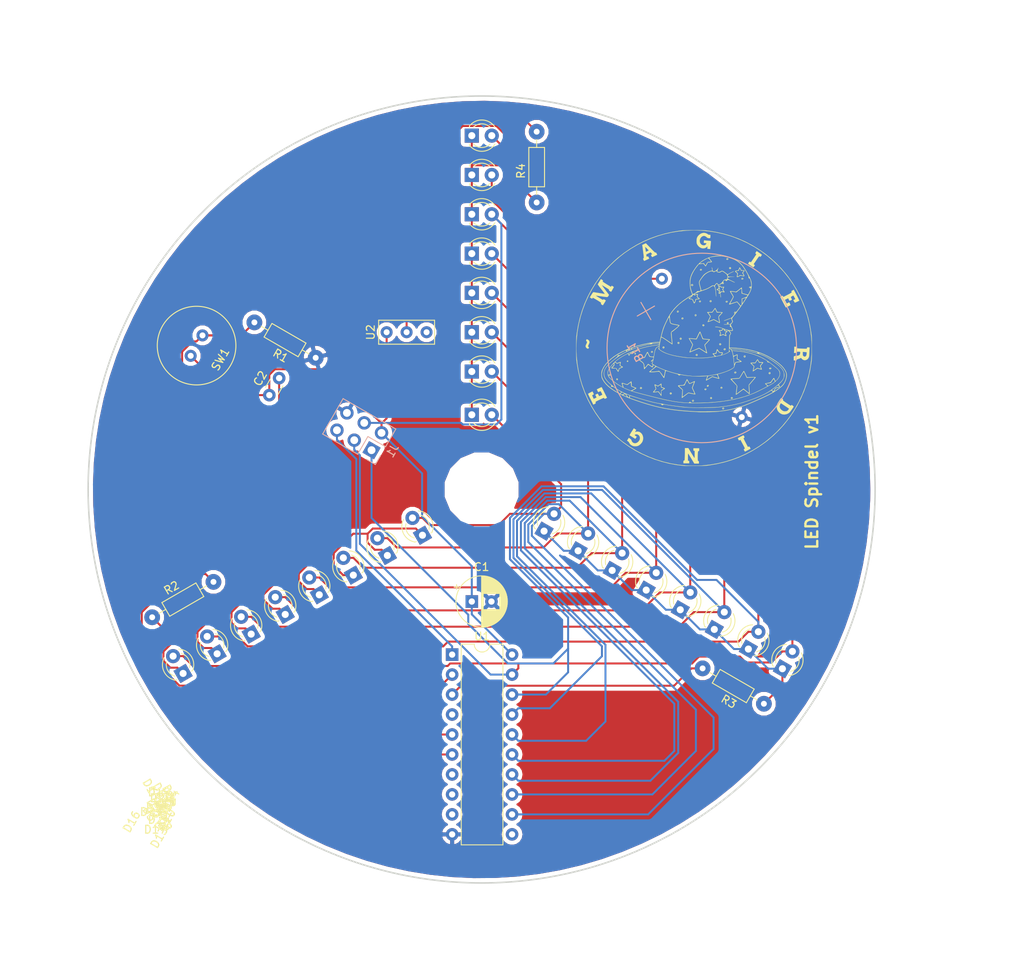
<source format=kicad_pcb>
(kicad_pcb (version 20171130) (host pcbnew 5.0.2-bee76a0~70~ubuntu18.04.1)
  (title_block (title LED-Spindel) (date 2019-02-17))
  (layers (0 F.Cu signal) (31 B.Cu signal) (34 B.Paste user) (35 F.Paste user) (36 B.SilkS user) (37 F.SilkS user) (38 B.Mask user) (39 F.Mask user) (44 Edge.Cuts user))
  (net 0 "")
  (net 1 VCC)
  (net 2 GND)
  (net 3 "Net-(C2-Pad2)")
  (net 4 "Net-(D1-Pad2)")
  (net 5 "Net-(D1-Pad1)")
  (net 6 "Net-(D10-Pad2)")
  (net 7 "Net-(D11-Pad2)")
  (net 8 "Net-(D12-Pad2)")
  (net 9 "Net-(D13-Pad2)")
  (net 10 "Net-(D14-Pad2)")
  (net 11 "Net-(D15-Pad2)")
  (net 12 "Net-(D16-Pad2)")
  (net 13 "Net-(D10-Pad1)")
  (net 14 "Net-(D17-Pad1)")
  (net 15 "Net-(J1-Pad5)")
  (net 16 "Net-(R2-Pad2)")
  (net 17 "Net-(R3-Pad2)")
  (net 18 "Net-(R4-Pad2)")
  (net 19 "Net-(BT1-Pad1)")
  (module led-spindel-footprints:Switch (layer F.Cu) (at 73 120 90)
    (fp_text reference U2 (at 0 -7.112 90) (layer F.SilkS))
    (fp_text value ON/OFF)
    (pad 3 thru_hole circle (at 0 -5.08 90) (size 1.524 1.524) (drill 0.762) (layers *.Cu *.Mask) (net 1 VCC))
    (pad 2 thru_hole circle (at 0 0 90) (size 1.524 1.524) (drill 0.762) (layers *.Cu *.Mask))
    (pad 1 thru_hole circle (at 0 -2.54 90) (size 1.524 1.524) (drill 0.762) (layers *.Cu *.Mask) (net 19 "Net-(BT1-Pad1)"))
  )
  (module led-spindel-footprints:CH224-2032 (layer B.Cu) (at 108 122 300)
    (fp_text reference BT1 (at -3.81 7.62 300) (layer B.SilkS) (effects (justify mirror)))
    (fp_text value "Coin cell")
    (pad 1 thru_hole circle (at -10.16 0 300) (size 1.524 1.524) (drill 0.762) (layers *.Cu *.Mask) (net 19 "Net-(BT1-Pad1)"))
    (pad 2 thru_hole circle (at 10.16 0 300) (size 1.524 1.524) (drill 0.762) (layers *.Cu *.Mask) (net 2 GND))
  )
  (module led-spindel-footprints:CP_Radial_D6.3mm_P2.50mm (layer F.Cu) (at 78.75 154.25)
    (fp_text reference C1 (at 1.25 -4.4) (layer F.SilkS))
    (fp_text value CP)
    (pad 1 thru_hole rect (at 0 0) (size 1.6 1.6) (drill 0.8) (layers *.Cu *.Mask) (net 1 VCC))
    (pad 2 thru_hole circle (at 2.5 0) (size 1.6 1.6) (drill 0.8) (layers *.Cu *.Mask) (net 2 GND))
  )
  (module led-spindel-footprints:C_Disc_D3.0mm_W1.6mm_P2.50mm (layer F.Cu) (at 53 128 60)
    (fp_text reference C2 (at 1.25 -2.05 60) (layer F.SilkS))
    (fp_text value C)
    (pad 1 thru_hole circle (at 0 0 60) (size 1.6 1.6) (drill 0.8) (layers *.Cu *.Mask) (net 1 VCC))
    (pad 2 thru_hole circle (at 2.5 0 60) (size 1.6 1.6) (drill 0.8) (layers *.Cu *.Mask) (net 3 "Net-(C2-Pad2)"))
  )
  (module led-spindel-footprints:ISP6-Header (layer B.Cu) (at 66 135 60)
    (fp_text reference J1 (at 1.27 2.33 60) (layer B.SilkS) (effects (justify mirror)))
    (fp_text value AVR-ISP-6)
    (pad 1 thru_hole rect (at 0 0 60) (size 1.7 1.7) (drill 1) (layers *.Cu *.Mask) (net 11 "Net-(D15-Pad2)"))
    (pad 2 thru_hole oval (at 2.54 0 60) (size 1.7 1.7) (drill 1) (layers *.Cu *.Mask) (net 1 VCC))
    (pad 3 thru_hole oval (at 0 -2.54 60) (size 1.7 1.7) (drill 1) (layers *.Cu *.Mask) (net 12 "Net-(D16-Pad2)"))
    (pad 4 thru_hole oval (at 2.54 -2.540001 60) (size 1.7 1.7) (drill 1) (layers *.Cu *.Mask) (net 10 "Net-(D14-Pad2)"))
    (pad 5 thru_hole oval (at 0 -5.08 60) (size 1.7 1.7) (drill 1) (layers *.Cu *.Mask) (net 15 "Net-(J1-Pad5)"))
    (pad 6 thru_hole oval (at 2.54 -5.08 60) (size 1.7 1.7) (drill 1) (layers *.Cu *.Mask) (net 2 GND))
  )
  (module led-spindel-footprints:Resistor (layer F.Cu) (at 55 121 150)
    (fp_text reference R1 (at -0.5 -2 150) (layer F.SilkS))
    (fp_text value 10k)
    (pad 1 thru_hole circle (at -4.5 0 150) (size 2 2) (drill 0.75) (layers *.Cu *.Mask) (net 2 GND))
    (pad 2 thru_hole circle (at 4.5 0 150) (size 2 2) (drill 0.75) (layers *.Cu *.Mask) (net 3 "Net-(C2-Pad2)"))
  )
  (module led-spindel-footprints:Resistor (layer F.Cu) (at 42 154 30)
    (fp_text reference R2 (at -0.5 -2 30) (layer F.SilkS))
    (fp_text value 1k)
    (pad 2 thru_hole circle (at 4.5 0 30) (size 2 2) (drill 0.75) (layers *.Cu *.Mask) (net 16 "Net-(R2-Pad2)"))
    (pad 1 thru_hole circle (at -4.5 0 30) (size 2 2) (drill 0.75) (layers *.Cu *.Mask) (net 5 "Net-(D1-Pad1)"))
  )
  (module led-spindel-footprints:Resistor (layer F.Cu) (at 112 165 150)
    (fp_text reference R3 (at -0.5 -2 150) (layer F.SilkS))
    (fp_text value 1k)
    (pad 1 thru_hole circle (at -4.5 0 150) (size 2 2) (drill 0.75) (layers *.Cu *.Mask) (net 13 "Net-(D10-Pad1)"))
    (pad 2 thru_hole circle (at 4.5 0 150) (size 2 2) (drill 0.75) (layers *.Cu *.Mask) (net 17 "Net-(R3-Pad2)"))
  )
  (module led-spindel-footprints:Resistor (layer F.Cu) (at 87 99 90)
    (fp_text reference R4 (at -0.5 -2 90) (layer F.SilkS))
    (fp_text value 1k)
    (pad 2 thru_hole circle (at 4.5 0 90) (size 2 2) (drill 0.75) (layers *.Cu *.Mask) (net 18 "Net-(R4-Pad2)"))
    (pad 1 thru_hole circle (at -4.5 0 90) (size 2 2) (drill 0.75) (layers *.Cu *.Mask) (net 14 "Net-(D17-Pad1)"))
  )
  (module led-spindel-footprints:SW-18020 (layer F.Cu) (at 43.75 121.700962 60)
    (fp_text reference SW1 (at 0 3.5 60) (layer F.SilkS))
    (fp_text value "shock sensor")
    (pad 1 thru_hole circle (at -1.5 0 60) (size 1.524 1.524) (drill 0.762) (layers *.Cu *.Mask) (net 1 VCC))
    (pad 2 thru_hole circle (at 1.5 0 60) (size 1.524 1.524) (drill 0.762) (layers *.Cu *.Mask) (net 3 "Net-(C2-Pad2)"))
  )
  (module led-spindel-footprints:attiny4313 (layer F.Cu) (at 76.25 161)
    (fp_text reference U1 (at 3.81 -2.33) (layer F.SilkS))
    (fp_text value ATtiny4313-PU)
    (pad 1 thru_hole rect (at 0 0) (size 1.6 1.6) (drill 0.8) (layers *.Cu *.Mask) (net 15 "Net-(J1-Pad5)"))
    (pad 11 thru_hole oval (at 7.62 22.86) (size 1.6 1.6) (drill 0.8) (layers *.Cu *.Mask))
    (pad 2 thru_hole oval (at 0 2.54) (size 1.6 1.6) (drill 0.8) (layers *.Cu *.Mask) (net 16 "Net-(R2-Pad2)"))
    (pad 12 thru_hole oval (at 7.62 20.32) (size 1.6 1.6) (drill 0.8) (layers *.Cu *.Mask) (net 4 "Net-(D1-Pad2)"))
    (pad 3 thru_hole oval (at 0 5.08) (size 1.6 1.6) (drill 0.8) (layers *.Cu *.Mask) (net 17 "Net-(R3-Pad2)"))
    (pad 13 thru_hole oval (at 7.62 17.78) (size 1.6 1.6) (drill 0.8) (layers *.Cu *.Mask) (net 6 "Net-(D10-Pad2)"))
    (pad 4 thru_hole oval (at 0 7.62) (size 1.6 1.6) (drill 0.8) (layers *.Cu *.Mask))
    (pad 14 thru_hole oval (at 7.62 15.24) (size 1.6 1.6) (drill 0.8) (layers *.Cu *.Mask) (net 7 "Net-(D11-Pad2)"))
    (pad 5 thru_hole oval (at 0 10.16) (size 1.6 1.6) (drill 0.8) (layers *.Cu *.Mask) (net 3 "Net-(C2-Pad2)"))
    (pad 15 thru_hole oval (at 7.62 12.7) (size 1.6 1.6) (drill 0.8) (layers *.Cu *.Mask) (net 8 "Net-(D12-Pad2)"))
    (pad 6 thru_hole oval (at 0 12.7) (size 1.6 1.6) (drill 0.8) (layers *.Cu *.Mask) (net 18 "Net-(R4-Pad2)"))
    (pad 16 thru_hole oval (at 7.62 10.16) (size 1.6 1.6) (drill 0.8) (layers *.Cu *.Mask) (net 9 "Net-(D13-Pad2)"))
    (pad 7 thru_hole oval (at 0 15.24) (size 1.6 1.6) (drill 0.8) (layers *.Cu *.Mask))
    (pad 17 thru_hole oval (at 7.62 7.62) (size 1.6 1.6) (drill 0.8) (layers *.Cu *.Mask) (net 10 "Net-(D14-Pad2)"))
    (pad 8 thru_hole oval (at 0 17.78) (size 1.6 1.6) (drill 0.8) (layers *.Cu *.Mask))
    (pad 18 thru_hole oval (at 7.62 5.08) (size 1.6 1.6) (drill 0.8) (layers *.Cu *.Mask) (net 11 "Net-(D15-Pad2)"))
    (pad 9 thru_hole oval (at 0 20.32) (size 1.6 1.6) (drill 0.8) (layers *.Cu *.Mask))
    (pad 19 thru_hole oval (at 7.62 2.54) (size 1.6 1.6) (drill 0.8) (layers *.Cu *.Mask) (net 12 "Net-(D16-Pad2)"))
    (pad 10 thru_hole oval (at 0 22.86) (size 1.6 1.6) (drill 0.8) (layers *.Cu *.Mask) (net 2 GND))
    (pad 20 thru_hole oval (at 7.62 0) (size 1.6 1.6) (drill 0.8) (layers *.Cu *.Mask) (net 1 VCC))
  )
  (module led-spindel-footprints:LED_D3.0mm (layer F.Cu) (at 72.475847 145.816315 120)
    (fp_text reference D1 (at -10.292459 -46.040308 120) (layer F.SilkS))
    (fp_text value RED)
    (pad 2 thru_hole circle (at 2.54 0 120) (size 1.8 1.8) (drill 0.9) (layers *.Cu *.Mask) (net 4 "Net-(D1-Pad2)"))
    (pad 1 thru_hole rect (at 0 0 120) (size 1.8 1.8) (drill 0.9) (layers *.Cu *.Mask) (net 5 "Net-(D1-Pad1)"))
  )
  (module led-spindel-footprints:LED_D3.0mm (layer F.Cu) (at 68.014545 148.392048 120)
    (fp_text reference D2 (at -13.42403 -40.964803 120) (layer F.SilkS))
    (fp_text value RED)
    (pad 1 thru_hole rect (at 0 0 120) (size 1.8 1.8) (drill 0.9) (layers *.Cu *.Mask) (net 5 "Net-(D1-Pad1)"))
    (pad 2 thru_hole circle (at 2.54 0 120) (size 1.8 1.8) (drill 0.9) (layers *.Cu *.Mask) (net 6 "Net-(D10-Pad2)"))
  )
  (module led-spindel-footprints:LED_D3.0mm (layer F.Cu) (at 63.684418 150.892048 120)
    (fp_text reference D3 (at -13.323549 -37.638841 120) (layer F.SilkS))
    (fp_text value RED)
    (pad 2 thru_hole circle (at 2.54 0 120) (size 1.8 1.8) (drill 0.9) (layers *.Cu *.Mask) (net 7 "Net-(D11-Pad2)"))
    (pad 1 thru_hole rect (at 0 0 120) (size 1.8 1.8) (drill 0.9) (layers *.Cu *.Mask) (net 5 "Net-(D1-Pad1)"))
  )
  (module led-spindel-footprints:LED_D3.0mm (layer F.Cu) (at 59.354291 153.392048 120)
    (fp_text reference D4 (at -12.191979 -29.098777 120) (layer F.SilkS))
    (fp_text value RED)
    (pad 1 thru_hole rect (at 0 0 120) (size 1.8 1.8) (drill 0.9) (layers *.Cu *.Mask) (net 5 "Net-(D1-Pad1)"))
    (pad 2 thru_hole circle (at 2.54 0 120) (size 1.8 1.8) (drill 0.9) (layers *.Cu *.Mask) (net 8 "Net-(D12-Pad2)"))
  )
  (module led-spindel-footprints:LED_D3.0mm (layer F.Cu) (at 55.024164 155.892048 120)
    (fp_text reference D5 (at -13.207523 -25.839803 120) (layer F.SilkS))
    (fp_text value RED)
    (pad 1 thru_hole rect (at 0 0 120) (size 1.8 1.8) (drill 0.9) (layers *.Cu *.Mask) (net 5 "Net-(D1-Pad1)"))
    (pad 2 thru_hole circle (at 2.54 0 120) (size 1.8 1.8) (drill 0.9) (layers *.Cu *.Mask) (net 9 "Net-(D13-Pad2)"))
  )
  (module led-spindel-footprints:LED_D3.0mm (layer F.Cu) (at 50.694037 158.392048 120)
    (fp_text reference D6 (at -11.350472 -20.056309 120) (layer F.SilkS))
    (fp_text value RED)
    (pad 2 thru_hole circle (at 2.54 0 120) (size 1.8 1.8) (drill 0.9) (layers *.Cu *.Mask) (net 10 "Net-(D14-Pad2)"))
    (pad 1 thru_hole rect (at 0 0 120) (size 1.8 1.8) (drill 0.9) (layers *.Cu *.Mask) (net 5 "Net-(D1-Pad1)"))
  )
  (module led-spindel-footprints:LED_D3.0mm (layer F.Cu) (at 46.36391 160.892048 120)
    (fp_text reference D7 (at -12.707523 -16.705828 120) (layer F.SilkS))
    (fp_text value RED)
    (pad 1 thru_hole rect (at 0 0 120) (size 1.8 1.8) (drill 0.9) (layers *.Cu *.Mask) (net 5 "Net-(D1-Pad1)"))
    (pad 2 thru_hole circle (at 2.54 0 120) (size 1.8 1.8) (drill 0.9) (layers *.Cu *.Mask) (net 11 "Net-(D15-Pad2)"))
  )
  (module led-spindel-footprints:LED_D3.0mm (layer F.Cu) (at 42.033783 163.392048 120)
    (fp_text reference D8 (at -15.40608 -11.53179 120) (layer F.SilkS))
    (fp_text value RED)
    (pad 2 thru_hole circle (at 2.54 0 120) (size 1.8 1.8) (drill 0.9) (layers *.Cu *.Mask) (net 12 "Net-(D16-Pad2)"))
    (pad 1 thru_hole rect (at 0 0 120) (size 1.8 1.8) (drill 0.9) (layers *.Cu *.Mask) (net 5 "Net-(D1-Pad1)"))
  )
  (module led-spindel-footprints:LED_D3.0mm (layer F.Cu) (at 87.940819 145.294045 60)
    (fp_text reference D9 (at -55.301167 -24.872521 60) (layer F.SilkS))
    (fp_text value GREEN)
    (pad 1 thru_hole rect (at 0 0 60) (size 1.8 1.8) (drill 0.9) (layers *.Cu *.Mask) (net 13 "Net-(D10-Pad1)"))
    (pad 2 thru_hole circle (at 2.54 0 60) (size 1.8 1.8) (drill 0.9) (layers *.Cu *.Mask) (net 4 "Net-(D1-Pad2)"))
  )
  (module led-spindel-footprints:LED_D3.0mm (layer F.Cu) (at 92.270946 147.794045 60)
    (fp_text reference D10 (at -55.758699 -28.16499 60) (layer F.SilkS))
    (fp_text value GREEN)
    (pad 2 thru_hole circle (at 2.54 0 60) (size 1.8 1.8) (drill 0.9) (layers *.Cu *.Mask) (net 6 "Net-(D10-Pad2)"))
    (pad 1 thru_hole rect (at 0 0 60) (size 1.8 1.8) (drill 0.9) (layers *.Cu *.Mask) (net 13 "Net-(D10-Pad1)"))
  )
  (module led-spindel-footprints:LED_D3.0mm (layer F.Cu) (at 96.601073 150.294045 60)
    (fp_text reference D11 (at -56.008699 -33.598002 60) (layer F.SilkS))
    (fp_text value GREEN)
    (pad 1 thru_hole rect (at 0 0 60) (size 1.8 1.8) (drill 0.9) (layers *.Cu *.Mask) (net 13 "Net-(D10-Pad1)"))
    (pad 2 thru_hole circle (at 2.54 0 60) (size 1.8 1.8) (drill 0.9) (layers *.Cu *.Mask) (net 7 "Net-(D11-Pad2)"))
  )
  (module led-spindel-footprints:LED_D3.0mm (layer F.Cu) (at 100.9312 152.794045 60)
    (fp_text reference D12 (at -54.459661 -38.91499 60) (layer F.SilkS))
    (fp_text value GREEN)
    (pad 2 thru_hole circle (at 2.54 0 60) (size 1.8 1.8) (drill 0.9) (layers *.Cu *.Mask) (net 8 "Net-(D12-Pad2)"))
    (pad 1 thru_hole rect (at 0 0 60) (size 1.8 1.8) (drill 0.9) (layers *.Cu *.Mask) (net 13 "Net-(D10-Pad1)"))
  )
  (module led-spindel-footprints:LED_D3.0mm (layer F.Cu) (at 105.261327 155.294045 60)
    (fp_text reference D13 (at -58.207256 -42.906015 60) (layer F.SilkS))
    (fp_text value GREEN)
    (pad 1 thru_hole rect (at 0 0 60) (size 1.8 1.8) (drill 0.9) (layers *.Cu *.Mask) (net 13 "Net-(D10-Pad1)"))
    (pad 2 thru_hole circle (at 2.54 0 60) (size 1.8 1.8) (drill 0.9) (layers *.Cu *.Mask) (net 9 "Net-(D13-Pad2)"))
  )
  (module led-spindel-footprints:LED_D3.0mm (layer F.Cu) (at 109.591454 157.794045 60)
    (fp_text reference D14 (at -53.343635 -48.981977 60) (layer F.SilkS))
    (fp_text value GREEN)
    (pad 2 thru_hole circle (at 2.54 0 60) (size 1.8 1.8) (drill 0.9) (layers *.Cu *.Mask) (net 10 "Net-(D14-Pad2)"))
    (pad 1 thru_hole rect (at 0 0 60) (size 1.8 1.8) (drill 0.9) (layers *.Cu *.Mask) (net 13 "Net-(D10-Pad1)"))
  )
  (module led-spindel-footprints:LED_D3.0mm (layer F.Cu) (at 113.921581 160.294045 60)
    (fp_text reference D15 (at -54.243154 -54.03999 60) (layer F.SilkS))
    (fp_text value GREEN)
    (pad 1 thru_hole rect (at 0 0 60) (size 1.8 1.8) (drill 0.9) (layers *.Cu *.Mask) (net 13 "Net-(D10-Pad1)"))
    (pad 2 thru_hole circle (at 2.54 0 60) (size 1.8 1.8) (drill 0.9) (layers *.Cu *.Mask) (net 11 "Net-(D15-Pad2)"))
  )
  (module led-spindel-footprints:LED_D3.0mm (layer F.Cu) (at 118.251708 162.794045 60)
    (fp_text reference D16 (at -58.225205 -61.937104 60) (layer F.SilkS))
    (fp_text value GREEN)
    (pad 2 thru_hole circle (at 2.54 0 60) (size 1.8 1.8) (drill 0.9) (layers *.Cu *.Mask) (net 12 "Net-(D16-Pad2)"))
    (pad 1 thru_hole rect (at 0 0 60) (size 1.8 1.8) (drill 0.9) (layers *.Cu *.Mask) (net 13 "Net-(D10-Pad1)"))
  )
  (module led-spindel-footprints:LED_D3.0mm (layer F.Cu) (at 78.75 130.5)
    (fp_text reference D17 (at -40.25 52.75) (layer F.SilkS))
    (fp_text value BLUE)
    (pad 2 thru_hole circle (at 2.54 0) (size 1.8 1.8) (drill 0.9) (layers *.Cu *.Mask) (net 4 "Net-(D1-Pad2)"))
    (pad 1 thru_hole rect (at 0 0) (size 1.8 1.8) (drill 0.9) (layers *.Cu *.Mask) (net 14 "Net-(D17-Pad1)"))
  )
  (module led-spindel-footprints:LED_D3.0mm (layer F.Cu) (at 78.75 125)
    (fp_text reference D18 (at -39 54.75) (layer F.SilkS))
    (fp_text value BLUE)
    (pad 1 thru_hole rect (at 0 0) (size 1.8 1.8) (drill 0.9) (layers *.Cu *.Mask) (net 14 "Net-(D17-Pad1)"))
    (pad 2 thru_hole circle (at 2.54 0) (size 1.8 1.8) (drill 0.9) (layers *.Cu *.Mask) (net 6 "Net-(D10-Pad2)"))
  )
  (module led-spindel-footprints:LED_D3.0mm (layer F.Cu) (at 78.75 120)
    (fp_text reference D19 (at -39.75 58.5) (layer F.SilkS))
    (fp_text value BLUE)
    (pad 2 thru_hole circle (at 2.54 0) (size 1.8 1.8) (drill 0.9) (layers *.Cu *.Mask) (net 7 "Net-(D11-Pad2)"))
    (pad 1 thru_hole rect (at 0 0) (size 1.8 1.8) (drill 0.9) (layers *.Cu *.Mask) (net 14 "Net-(D17-Pad1)"))
  )
  (module led-spindel-footprints:LED_D3.0mm (layer F.Cu) (at 78.75 115)
    (fp_text reference D20 (at -39.5 64.25) (layer F.SilkS))
    (fp_text value BLUE)
    (pad 1 thru_hole rect (at 0 0) (size 1.8 1.8) (drill 0.9) (layers *.Cu *.Mask) (net 14 "Net-(D17-Pad1)"))
    (pad 2 thru_hole circle (at 2.54 0) (size 1.8 1.8) (drill 0.9) (layers *.Cu *.Mask) (net 8 "Net-(D12-Pad2)"))
  )
  (module led-spindel-footprints:LED_D3.0mm (layer F.Cu) (at 78.75 110)
    (fp_text reference D21 (at -39 69.25) (layer F.SilkS))
    (fp_text value BLUE)
    (pad 2 thru_hole circle (at 2.54 0) (size 1.8 1.8) (drill 0.9) (layers *.Cu *.Mask) (net 9 "Net-(D13-Pad2)"))
    (pad 1 thru_hole rect (at 0 0) (size 1.8 1.8) (drill 0.9) (layers *.Cu *.Mask) (net 14 "Net-(D17-Pad1)"))
  )
  (module led-spindel-footprints:LED_D3.0mm (layer F.Cu) (at 78.75 105)
    (fp_text reference D22 (at -40 75.5) (layer F.SilkS))
    (fp_text value BLUE)
    (pad 1 thru_hole rect (at 0 0) (size 1.8 1.8) (drill 0.9) (layers *.Cu *.Mask) (net 14 "Net-(D17-Pad1)"))
    (pad 2 thru_hole circle (at 2.54 0) (size 1.8 1.8) (drill 0.9) (layers *.Cu *.Mask) (net 10 "Net-(D14-Pad2)"))
  )
  (module led-spindel-footprints:LED_D3.0mm (layer F.Cu) (at 78.75 100)
    (fp_text reference D23 (at -40.75 81) (layer F.SilkS))
    (fp_text value BLUE)
    (pad 2 thru_hole circle (at 2.54 0) (size 1.8 1.8) (drill 0.9) (layers *.Cu *.Mask) (net 11 "Net-(D15-Pad2)"))
    (pad 1 thru_hole rect (at 0 0) (size 1.8 1.8) (drill 0.9) (layers *.Cu *.Mask) (net 14 "Net-(D17-Pad1)"))
  )
  (module led-spindel-footprints:LED_D3.0mm (layer F.Cu) (at 78.75 95)
    (fp_text reference D24 (at -39.75 87) (layer F.SilkS))
    (fp_text value BLUE)
    (pad 1 thru_hole rect (at 0 0) (size 1.8 1.8) (drill 0.9) (layers *.Cu *.Mask) (net 14 "Net-(D17-Pad1)"))
    (pad 2 thru_hole circle (at 2.54 0) (size 1.8 1.8) (drill 0.9) (layers *.Cu *.Mask) (net 12 "Net-(D16-Pad2)"))
  )
  (module MountingHole:MountingHole_8.4mm_M8 (layer F.Cu) (at 80 140)
    (fp_text reference "" (at 0 -9.4) (layer F.SilkS))
    (fp_text value "")
    (pad 1 np_thru_hole circle (at 0 0) (size 8.4 8.4) (drill 8.4) (layers *.Cu *.Mask))
  )
  (module led-spindel-footprints:Siegelstempel (layer F.Cu) (at 107 122)
    (fp_text reference G*** hide)
    (fp_text value LOGO hide)
  )
  (gr_text "LED Spindel v1" (at 122 139 90) (layer F.SilkS) (effects (font (size 1.5 1.5) (thickness 0.3))))
  (gr_circle (center 80 140) (end 105.019992 96.664103) (layer Edge.Cuts) (width 0.2))
  (segment (start 48 128) (end 53 128) (width 0.25) (layer F.Cu) (net 1))
  (segment (start 43 123) (end 48 128) (width 0.25) (layer F.Cu) (net 1))
  (segment (start 60.381721 124.709935) (end 67.27 131.598214) (width 0.25) (layer F.Cu) (net 1))
  (segment (start 53.709999 124.709935) (end 60.381721 124.709935) (width 0.25) (layer F.Cu) (net 1))
  (segment (start 53 125.419934) (end 53.709999 124.709935) (width 0.25) (layer F.Cu) (net 1))
  (segment (start 67.27 131.598214) (end 67.27 132.800295) (width 0.25) (layer F.Cu) (net 1))
  (segment (start 53 128) (end 53 125.419934) (width 0.25) (layer F.Cu) (net 1))
  (segment (start 78.75 155.88) (end 78.75 154.25) (width 0.25) (layer B.Cu) (net 1))
  (segment (start 83.87 161) (end 78.75 155.88) (width 0.25) (layer B.Cu) (net 1))
  (segment (start 72.430848 137.961143) (end 68.119999 133.650294) (width 0.25) (layer B.Cu) (net 1))
  (segment (start 68.119999 133.650294) (end 67.27 132.800295) (width 0.25) (layer B.Cu) (net 1))
  (segment (start 72.430848 143.430848) (end 72.430848 137.961143) (width 0.25) (layer B.Cu) (net 1))
  (segment (start 78.75 149.75) (end 72.430848 143.430848) (width 0.25) (layer B.Cu) (net 1))
  (segment (start 78.75 154.25) (end 78.75 149.75) (width 0.25) (layer B.Cu) (net 1))
  (segment (start 67.92 130.948214) (end 67.27 131.598214) (width 0.25) (layer F.Cu) (net 1))
  (segment (start 67.92 120) (end 67.92 130.948214) (width 0.25) (layer F.Cu) (net 1))
  (segment (start 49.450962 120.401924) (end 51.102886 118.75) (width 0.25) (layer F.Cu) (net 3))
  (segment (start 44.5 120.401924) (end 49.450962 120.401924) (width 0.25) (layer F.Cu) (net 3))
  (segment (start 54.25 125.834936) (end 54.25 137.505474) (width 0.25) (layer F.Cu) (net 3))
  (segment (start 36.327875 155.427599) (end 36.327875 160.827875) (width 0.25) (layer F.Cu) (net 3))
  (segment (start 46.66 171.16) (end 76.25 171.16) (width 0.25) (layer F.Cu) (net 3))
  (segment (start 36.327875 160.827875) (end 46.66 171.16) (width 0.25) (layer F.Cu) (net 3))
  (segment (start 44.5 120.401924) (end 48.816988 120.401924) (width 0.25) (layer F.Cu) (net 3))
  (segment (start 43.227315 121.163923) (end 41.912999 122.478239) (width 0.25) (layer F.Cu) (net 3))
  (segment (start 41.912999 122.478239) (end 41.912999 129.412999) (width 0.25) (layer F.Cu) (net 3))
  (segment (start 44.5 120.401924) (end 43.738001 121.163923) (width 0.25) (layer F.Cu) (net 3))
  (segment (start 43.738001 121.163923) (end 43.227315 121.163923) (width 0.25) (layer F.Cu) (net 3))
  (segment (start 49.5 137) (end 49.5 142.255474) (width 0.25) (layer F.Cu) (net 3))
  (segment (start 54.25 137.505474) (end 49.5 142.255474) (width 0.25) (layer F.Cu) (net 3))
  (segment (start 41.912999 129.412999) (end 49.5 137) (width 0.25) (layer F.Cu) (net 3))
  (segment (start 49.5 142.255474) (end 36.327875 155.427599) (width 0.25) (layer F.Cu) (net 3))
  (segment (start 72.478639 143.61661) (end 71.205847 143.61661) (width 0.25) (layer F.Cu) (net 4))
  (segment (start 82.172001 144.525001) (end 73.38703 144.525001) (width 0.25) (layer F.Cu) (net 4))
  (segment (start 83.602662 143.09434) (end 82.172001 144.525001) (width 0.25) (layer F.Cu) (net 4))
  (segment (start 73.38703 144.525001) (end 72.478639 143.61661) (width 0.25) (layer F.Cu) (net 4))
  (segment (start 89.210819 143.09434) (end 83.602662 143.09434) (width 0.25) (layer F.Cu) (net 4))
  (segment (start 82.189999 131.399999) (end 81.29 130.5) (width 0.25) (layer F.Cu) (net 4))
  (segment (start 90.110818 139.320818) (end 82.189999 131.399999) (width 0.25) (layer F.Cu) (net 4))
  (segment (start 90.110818 142.194341) (end 90.110818 139.320818) (width 0.25) (layer F.Cu) (net 4))
  (segment (start 89.210819 143.09434) (end 90.110818 142.194341) (width 0.25) (layer F.Cu) (net 4))
  (segment (start 86.386386 144.645981) (end 86.386386 145.886386) (width 0.25) (layer B.Cu) (net 4))
  (segment (start 89.210819 143.09434) (end 87.938027 143.09434) (width 0.25) (layer B.Cu) (net 4))
  (segment (start 87.938027 143.09434) (end 86.386386 144.645981) (width 0.25) (layer B.Cu) (net 4))
  (segment (start 86.386386 145.886386) (end 109.5 169) (width 0.25) (layer B.Cu) (net 4))
  (segment (start 109.5 169) (end 109.5 173) (width 0.25) (layer B.Cu) (net 4))
  (segment (start 101.18 181.32) (end 83.87 181.32) (width 0.25) (layer B.Cu) (net 4))
  (segment (start 109.5 173) (end 101.18 181.32) (width 0.25) (layer B.Cu) (net 4))
  (segment (start 66.156544 144.967342) (end 65.5 145.623886) (width 0.25) (layer F.Cu) (net 5))
  (segment (start 72.475847 145.816315) (end 71.626874 144.967342) (width 0.25) (layer F.Cu) (net 5))
  (segment (start 71.626874 144.967342) (end 66.156544 144.967342) (width 0.25) (layer F.Cu) (net 5))
  (segment (start 67.28499 147.662493) (end 68.014545 148.392048) (width 0.25) (layer F.Cu) (net 5))
  (segment (start 66.401693 147.662493) (end 67.28499 147.662493) (width 0.25) (layer F.Cu) (net 5))
  (segment (start 65.5 146.7608) (end 66.401693 147.662493) (width 0.25) (layer F.Cu) (net 5))
  (segment (start 65.5 145.623886) (end 65.5 146.7608) (width 0.25) (layer F.Cu) (net 5))
  (segment (start 65.5 145.623886) (end 63.669873 145.623886) (width 0.25) (layer F.Cu) (net 5))
  (segment (start 61.189417 148.104342) (end 61.189417 148.25) (width 0.25) (layer F.Cu) (net 5))
  (segment (start 63.669873 145.623886) (end 61.189417 148.104342) (width 0.25) (layer F.Cu) (net 5))
  (segment (start 62.392048 150.892048) (end 63.684418 150.892048) (width 0.25) (layer F.Cu) (net 5))
  (segment (start 61.189417 149.689417) (end 62.392048 150.892048) (width 0.25) (layer F.Cu) (net 5))
  (segment (start 61.189417 148.25) (end 59.213632 148.25) (width 0.25) (layer F.Cu) (net 5))
  (segment (start 59.213632 148.25) (end 56.75 150.713632) (width 0.25) (layer F.Cu) (net 5))
  (segment (start 61.189417 148.25) (end 61.189417 149.689417) (width 0.25) (layer F.Cu) (net 5))
  (segment (start 57.741439 152.662493) (end 58.624736 152.662493) (width 0.25) (layer F.Cu) (net 5))
  (segment (start 58.624736 152.662493) (end 59.354291 153.392048) (width 0.25) (layer F.Cu) (net 5))
  (segment (start 56.75 151.671054) (end 57.741439 152.662493) (width 0.25) (layer F.Cu) (net 5))
  (segment (start 56.75 150.713632) (end 56.75 151.671054) (width 0.25) (layer F.Cu) (net 5))
  (segment (start 54.919873 150.713632) (end 52.25 153.383505) (width 0.25) (layer F.Cu) (net 5))
  (segment (start 56.75 150.713632) (end 54.919873 150.713632) (width 0.25) (layer F.Cu) (net 5))
  (segment (start 54.294609 155.162493) (end 55.024164 155.892048) (width 0.25) (layer F.Cu) (net 5))
  (segment (start 53.411312 155.162493) (end 54.294609 155.162493) (width 0.25) (layer F.Cu) (net 5))
  (segment (start 52.25 154.001181) (end 53.411312 155.162493) (width 0.25) (layer F.Cu) (net 5))
  (segment (start 52.25 153.383505) (end 52.25 154.001181) (width 0.25) (layer F.Cu) (net 5))
  (segment (start 52.25 153.383505) (end 50.419873 153.383505) (width 0.25) (layer F.Cu) (net 5))
  (segment (start 48.199036 155.604342) (end 48.199036 156.949036) (width 0.25) (layer F.Cu) (net 5))
  (segment (start 50.419873 153.383505) (end 48.199036 155.604342) (width 0.25) (layer F.Cu) (net 5))
  (segment (start 48.912493 157.662493) (end 49.964482 157.662493) (width 0.25) (layer F.Cu) (net 5))
  (segment (start 49.964482 157.662493) (end 50.694037 158.392048) (width 0.25) (layer F.Cu) (net 5))
  (segment (start 48.199036 156.949036) (end 48.912493 157.662493) (width 0.25) (layer F.Cu) (net 5))
  (segment (start 48.199036 155.604342) (end 46.368909 155.604342) (width 0.25) (layer F.Cu) (net 5))
  (segment (start 46.368909 155.604342) (end 43.868909 158.104342) (width 0.25) (layer F.Cu) (net 5))
  (segment (start 45.634355 160.162493) (end 46.36391 160.892048) (width 0.25) (layer F.Cu) (net 5))
  (segment (start 44.662493 160.162493) (end 45.634355 160.162493) (width 0.25) (layer F.Cu) (net 5))
  (segment (start 43.868909 159.368909) (end 44.662493 160.162493) (width 0.25) (layer F.Cu) (net 5))
  (segment (start 39.538782 160.604342) (end 39.538782 161.788782) (width 0.25) (layer F.Cu) (net 5))
  (segment (start 43.868909 158.25) (end 43.868909 159.368909) (width 0.25) (layer F.Cu) (net 5))
  (segment (start 41.893124 158.25) (end 39.538782 160.604342) (width 0.25) (layer F.Cu) (net 5))
  (segment (start 43.868909 158.25) (end 41.893124 158.25) (width 0.25) (layer F.Cu) (net 5))
  (segment (start 43.868909 158.104342) (end 43.868909 158.25) (width 0.25) (layer F.Cu) (net 5))
  (segment (start 41.304228 162.662493) (end 42.033783 163.392048) (width 0.25) (layer F.Cu) (net 5))
  (segment (start 40.412493 162.662493) (end 41.304228 162.662493) (width 0.25) (layer F.Cu) (net 5))
  (segment (start 39.538782 161.788782) (end 40.412493 162.662493) (width 0.25) (layer F.Cu) (net 5))
  (segment (start 40.102886 158.25) (end 38.102886 156.25) (width 0.25) (layer F.Cu) (net 5))
  (segment (start 41.893124 158.25) (end 40.102886 158.25) (width 0.25) (layer F.Cu) (net 5))
  (segment (start 68.017337 146.192343) (end 66.744545 146.192343) (width 0.25) (layer F.Cu) (net 6))
  (segment (start 69.195742 147.370748) (end 68.017337 146.192343) (width 0.25) (layer F.Cu) (net 6))
  (segment (start 87.882598 147.370748) (end 69.195742 147.370748) (width 0.25) (layer F.Cu) (net 6))
  (segment (start 89.659006 145.59434) (end 87.882598 147.370748) (width 0.25) (layer F.Cu) (net 6))
  (segment (start 93.540946 145.59434) (end 89.659006 145.59434) (width 0.25) (layer F.Cu) (net 6))
  (segment (start 93.540946 137.250946) (end 93.540946 145.59434) (width 0.25) (layer F.Cu) (net 6))
  (segment (start 81.29 125) (end 93.540946 137.250946) (width 0.25) (layer F.Cu) (net 6))
  (segment (start 83.87 178.78) (end 101.72 178.78) (width 0.25) (layer B.Cu) (net 6))
  (segment (start 101.72 178.78) (end 107.25 173.25) (width 0.25) (layer B.Cu) (net 6))
  (segment (start 107.25 173.25) (end 107.25 168) (width 0.25) (layer B.Cu) (net 6))
  (segment (start 92.640947 144.694341) (end 93.540946 145.59434) (width 0.25) (layer B.Cu) (net 6))
  (segment (start 89.815945 141.869339) (end 92.640947 144.694341) (width 0.25) (layer B.Cu) (net 6))
  (segment (start 88.526618 141.869339) (end 89.815945 141.869339) (width 0.25) (layer B.Cu) (net 6))
  (segment (start 85.936377 144.45958) (end 88.526618 141.869339) (width 0.25) (layer B.Cu) (net 6))
  (segment (start 85.936376 146.686376) (end 85.936377 144.45958) (width 0.25) (layer B.Cu) (net 6))
  (segment (start 107.25 168) (end 85.936376 146.686376) (width 0.25) (layer B.Cu) (net 6))
  (segment (start 63.68721 148.692343) (end 62.414418 148.692343) (width 0.25) (layer F.Cu) (net 7))
  (segment (start 64.941348 149.946481) (end 63.68721 148.692343) (width 0.25) (layer F.Cu) (net 7))
  (segment (start 92.136992 149.946481) (end 64.941348 149.946481) (width 0.25) (layer F.Cu) (net 7))
  (segment (start 93.989133 148.09434) (end 92.136992 149.946481) (width 0.25) (layer F.Cu) (net 7))
  (segment (start 97.871073 148.09434) (end 93.989133 148.09434) (width 0.25) (layer F.Cu) (net 7))
  (segment (start 97.871073 136.581073) (end 97.871073 148.09434) (width 0.25) (layer F.Cu) (net 7))
  (segment (start 81.29 120) (end 97.871073 136.581073) (width 0.25) (layer F.Cu) (net 7))
  (segment (start 84.669999 177.039999) (end 101.460001 177.039999) (width 0.25) (layer B.Cu) (net 7))
  (segment (start 83.87 176.24) (end 84.669999 177.039999) (width 0.25) (layer B.Cu) (net 7))
  (segment (start 101.460001 177.039999) (end 105 173.5) (width 0.25) (layer B.Cu) (net 7))
  (segment (start 105 173.5) (end 105 167) (width 0.25) (layer B.Cu) (net 7))
  (segment (start 91.196062 141.419329) (end 96.971074 147.194341) (width 0.25) (layer B.Cu) (net 7))
  (segment (start 88.340218 141.419329) (end 91.196062 141.419329) (width 0.25) (layer B.Cu) (net 7))
  (segment (start 85.486368 144.273179) (end 88.340218 141.419329) (width 0.25) (layer B.Cu) (net 7))
  (segment (start 85.486368 147.486368) (end 85.486368 144.273179) (width 0.25) (layer B.Cu) (net 7))
  (segment (start 96.971074 147.194341) (end 97.871073 148.09434) (width 0.25) (layer B.Cu) (net 7))
  (segment (start 105 167) (end 85.486368 147.486368) (width 0.25) (layer B.Cu) (net 7))
  (segment (start 59.357083 151.192343) (end 58.084291 151.192343) (width 0.25) (layer F.Cu) (net 8))
  (segment (start 60.611221 152.446481) (end 59.357083 151.192343) (width 0.25) (layer F.Cu) (net 8))
  (segment (start 96.467119 152.446481) (end 60.611221 152.446481) (width 0.25) (layer F.Cu) (net 8))
  (segment (start 98.31926 150.59434) (end 96.467119 152.446481) (width 0.25) (layer F.Cu) (net 8))
  (segment (start 102.2012 150.59434) (end 98.31926 150.59434) (width 0.25) (layer F.Cu) (net 8))
  (segment (start 102.2012 135.9112) (end 102.2012 150.59434) (width 0.25) (layer F.Cu) (net 8))
  (segment (start 81.29 115) (end 102.2012 135.9112) (width 0.25) (layer F.Cu) (net 8))
  (segment (start 84.669999 174.499999) (end 103.250001 174.499999) (width 0.25) (layer B.Cu) (net 8))
  (segment (start 83.87 173.7) (end 84.669999 174.499999) (width 0.25) (layer B.Cu) (net 8))
  (segment (start 103.250001 174.499999) (end 104.5 173.25) (width 0.25) (layer B.Cu) (net 8))
  (segment (start 104.5 173.25) (end 104.5 167.25) (width 0.25) (layer B.Cu) (net 8))
  (segment (start 92.576179 140.969319) (end 101.301201 149.694341) (width 0.25) (layer B.Cu) (net 8))
  (segment (start 88.153818 140.969319) (end 92.576179 140.969319) (width 0.25) (layer B.Cu) (net 8))
  (segment (start 84.995001 144.128136) (end 88.153818 140.969319) (width 0.25) (layer B.Cu) (net 8))
  (segment (start 101.301201 149.694341) (end 102.2012 150.59434) (width 0.25) (layer B.Cu) (net 8))
  (segment (start 84.995001 147.745001) (end 84.995001 144.128136) (width 0.25) (layer B.Cu) (net 8))
  (segment (start 104.5 167.25) (end 84.995001 147.745001) (width 0.25) (layer B.Cu) (net 8))
  (segment (start 55.026956 153.692343) (end 53.754164 153.692343) (width 0.25) (layer F.Cu) (net 9))
  (segment (start 56.709614 155.375001) (end 55.026956 153.692343) (width 0.25) (layer F.Cu) (net 9))
  (segment (start 100.368726 155.375001) (end 56.709614 155.375001) (width 0.25) (layer F.Cu) (net 9))
  (segment (start 102.649387 153.09434) (end 100.368726 155.375001) (width 0.25) (layer F.Cu) (net 9))
  (segment (start 106.531327 153.09434) (end 102.649387 153.09434) (width 0.25) (layer F.Cu) (net 9))
  (segment (start 106.531327 135.241327) (end 106.531327 153.09434) (width 0.25) (layer F.Cu) (net 9))
  (segment (start 81.29 110) (end 106.531327 135.241327) (width 0.25) (layer F.Cu) (net 9))
  (segment (start 93.936987 140.5) (end 106.531327 153.09434) (width 0.25) (layer B.Cu) (net 9))
  (segment (start 84.5 143.986727) (end 87.986727 140.5) (width 0.25) (layer B.Cu) (net 9))
  (segment (start 84.669999 171.959999) (end 93.290001 171.959999) (width 0.25) (layer B.Cu) (net 9))
  (segment (start 83.87 171.16) (end 84.669999 171.959999) (width 0.25) (layer B.Cu) (net 9))
  (segment (start 93.290001 171.959999) (end 95.75 169.5) (width 0.25) (layer B.Cu) (net 9))
  (segment (start 95.75 169.5) (end 95.75 159.75) (width 0.25) (layer B.Cu) (net 9))
  (segment (start 95.75 159.75) (end 84.5 148.5) (width 0.25) (layer B.Cu) (net 9))
  (segment (start 87.986727 140.5) (end 93.936987 140.5) (width 0.25) (layer B.Cu) (net 9))
  (segment (start 84.5 148.5) (end 84.5 143.986727) (width 0.25) (layer B.Cu) (net 9))
  (segment (start 50.696829 156.192343) (end 49.424037 156.192343) (width 0.25) (layer F.Cu) (net 10))
  (segment (start 105.127373 157.446481) (end 51.950967 157.446481) (width 0.25) (layer F.Cu) (net 10))
  (segment (start 106.979514 155.59434) (end 105.127373 157.446481) (width 0.25) (layer F.Cu) (net 10))
  (segment (start 51.950967 157.446481) (end 50.696829 156.192343) (width 0.25) (layer F.Cu) (net 10))
  (segment (start 110.861454 155.59434) (end 106.979514 155.59434) (width 0.25) (layer F.Cu) (net 10))
  (segment (start 110.861454 134.571454) (end 110.861454 155.59434) (width 0.25) (layer F.Cu) (net 10))
  (segment (start 81.29 105) (end 110.861454 134.571454) (width 0.25) (layer F.Cu) (net 10))
  (segment (start 109.961455 154.694341) (end 110.861454 155.59434) (width 0.25) (layer B.Cu) (net 10))
  (segment (start 87.800327 140.04999) (end 95.317104 140.04999) (width 0.25) (layer B.Cu) (net 10))
  (segment (start 84.04999 148.6864) (end 84.049991 143.800326) (width 0.25) (layer B.Cu) (net 10))
  (segment (start 95.317104 140.04999) (end 109.961455 154.694341) (width 0.25) (layer B.Cu) (net 10))
  (segment (start 95.29999 159.9364) (end 84.04999 148.6864) (width 0.25) (layer B.Cu) (net 10))
  (segment (start 95.29999 161.20001) (end 95.29999 159.9364) (width 0.25) (layer B.Cu) (net 10))
  (segment (start 88.679999 167.820001) (end 95.29999 161.20001) (width 0.25) (layer B.Cu) (net 10))
  (segment (start 84.049991 143.800326) (end 87.800327 140.04999) (width 0.25) (layer B.Cu) (net 10))
  (segment (start 84.669999 167.820001) (end 88.679999 167.820001) (width 0.25) (layer B.Cu) (net 10))
  (segment (start 83.87 168.62) (end 84.669999 167.820001) (width 0.25) (layer B.Cu) (net 10))
  (segment (start 82.189999 105.899999) (end 81.29 105) (width 0.25) (layer B.Cu) (net 10))
  (segment (start 82.515001 106.225001) (end 82.189999 105.899999) (width 0.25) (layer B.Cu) (net 10))
  (segment (start 82.515001 131.088001) (end 82.515001 106.225001) (width 0.25) (layer B.Cu) (net 10))
  (segment (start 81.878001 131.725001) (end 82.515001 131.088001) (width 0.25) (layer B.Cu) (net 10))
  (segment (start 77.589999 131.725001) (end 81.878001 131.725001) (width 0.25) (layer B.Cu) (net 10))
  (segment (start 77.395293 131.530295) (end 77.589999 131.725001) (width 0.25) (layer B.Cu) (net 10))
  (segment (start 65.070295 131.530295) (end 77.395293 131.530295) (width 0.25) (layer B.Cu) (net 10))
  (segment (start 113.918789 158.09434) (end 115.191581 158.09434) (width 0.25) (layer F.Cu) (net 11))
  (segment (start 112.664651 159.348478) (end 113.918789 158.09434) (width 0.25) (layer F.Cu) (net 11))
  (segment (start 75.723002 159.348478) (end 112.664651 159.348478) (width 0.25) (layer F.Cu) (net 11))
  (segment (start 75.124999 159.946481) (end 75.723002 159.348478) (width 0.25) (layer F.Cu) (net 11))
  (segment (start 50.229988 159.946481) (end 75.124999 159.946481) (width 0.25) (layer F.Cu) (net 11))
  (segment (start 48.97585 158.692343) (end 50.229988 159.946481) (width 0.25) (layer F.Cu) (net 11))
  (segment (start 45.09391 158.692343) (end 48.97585 158.692343) (width 0.25) (layer F.Cu) (net 11))
  (segment (start 81.29 103.186998) (end 81.29 100) (width 0.25) (layer F.Cu) (net 11))
  (segment (start 115.191581 158.09434) (end 115.191581 137.088579) (width 0.25) (layer F.Cu) (net 11))
  (segment (start 115.191581 137.088579) (end 81.29 103.186998) (width 0.25) (layer F.Cu) (net 11))
  (segment (start 83.87 166.08) (end 88.17 166.08) (width 0.25) (layer B.Cu) (net 11))
  (segment (start 88.17 166.08) (end 91 163.25) (width 0.25) (layer B.Cu) (net 11))
  (segment (start 91 156.27282) (end 83.75 149.02282) (width 0.25) (layer B.Cu) (net 11))
  (segment (start 83.75 149.02282) (end 83.72718 149) (width 0.25) (layer B.Cu) (net 11))
  (segment (start 115.191581 156.821548) (end 115.191581 158.09434) (width 0.25) (layer B.Cu) (net 11))
  (segment (start 109.870033 151.5) (end 115.191581 156.821548) (width 0.25) (layer B.Cu) (net 11))
  (segment (start 83.599981 148.872801) (end 83.599981 143.613926) (width 0.25) (layer B.Cu) (net 11))
  (segment (start 83.75 149.02282) (end 83.599981 148.872801) (width 0.25) (layer B.Cu) (net 11))
  (segment (start 83.599981 143.613926) (end 87.617431 139.596476) (width 0.25) (layer B.Cu) (net 11))
  (segment (start 87.617431 139.596476) (end 95.5 139.596476) (width 0.25) (layer B.Cu) (net 11))
  (segment (start 95.5 139.596476) (end 107.403524 151.5) (width 0.25) (layer B.Cu) (net 11))
  (segment (start 107.403524 151.5) (end 109.870033 151.5) (width 0.25) (layer B.Cu) (net 11))
  (segment (start 83.329999 162.125001) (end 89.124999 162.125001) (width 0.25) (layer B.Cu) (net 11))
  (segment (start 78.29999 157.094992) (end 83.329999 162.125001) (width 0.25) (layer B.Cu) (net 11))
  (segment (start 78.29999 155.924991) (end 78.29999 157.094992) (width 0.25) (layer B.Cu) (net 11))
  (segment (start 89.124999 162.125001) (end 91 160.25) (width 0.25) (layer B.Cu) (net 11))
  (segment (start 66 143.625001) (end 78.29999 155.924991) (width 0.25) (layer B.Cu) (net 11))
  (segment (start 66 135) (end 66 143.625001) (width 0.25) (layer B.Cu) (net 11))
  (segment (start 91 160.25) (end 91 156.27282) (width 0.25) (layer B.Cu) (net 11))
  (segment (start 91 163.25) (end 91 160.25) (width 0.25) (layer B.Cu) (net 11))
  (segment (start 118.248916 160.59434) (end 119.521708 160.59434) (width 0.25) (layer F.Cu) (net 12))
  (segment (start 116.843256 162) (end 118.248916 160.59434) (width 0.25) (layer F.Cu) (net 12))
  (segment (start 113.609054 162) (end 116.843256 162) (width 0.25) (layer F.Cu) (net 12))
  (segment (start 112.859054 161.25) (end 113.609054 162) (width 0.25) (layer F.Cu) (net 12))
  (segment (start 107.641884 161.25) (end 112.859054 161.25) (width 0.25) (layer F.Cu) (net 12))
  (segment (start 106.766883 162.125001) (end 107.641884 161.25) (width 0.25) (layer F.Cu) (net 12))
  (segment (start 75.678517 162.446481) (end 75.999997 162.125001) (width 0.25) (layer F.Cu) (net 12))
  (segment (start 43.290713 162.446481) (end 75.678517 162.446481) (width 0.25) (layer F.Cu) (net 12))
  (segment (start 42.036575 161.192343) (end 43.290713 162.446481) (width 0.25) (layer F.Cu) (net 12))
  (segment (start 40.763783 161.192343) (end 42.036575 161.192343) (width 0.25) (layer F.Cu) (net 12))
  (segment (start 119.521708 133.231708) (end 119.521708 160.59434) (width 0.25) (layer F.Cu) (net 12))
  (segment (start 81.29 95) (end 119.521708 133.231708) (width 0.25) (layer F.Cu) (net 12))
  (segment (start 84.669999 162.205002) (end 84.75 162.125001) (width 0.25) (layer F.Cu) (net 12))
  (segment (start 84.669999 162.740001) (end 84.669999 162.205002) (width 0.25) (layer F.Cu) (net 12))
  (segment (start 83.87 163.54) (end 84.669999 162.740001) (width 0.25) (layer F.Cu) (net 12))
  (segment (start 75.999997 162.125001) (end 84.75 162.125001) (width 0.25) (layer F.Cu) (net 12))
  (segment (start 84.75 162.125001) (end 106.766883 162.125001) (width 0.25) (layer F.Cu) (net 12))
  (segment (start 82.73863 163.54) (end 83.87 163.54) (width 0.25) (layer B.Cu) (net 12))
  (segment (start 81.144015 163.54) (end 82.73863 163.54) (width 0.25) (layer B.Cu) (net 12))
  (segment (start 64.513868 146.909853) (end 81.144015 163.54) (width 0.25) (layer B.Cu) (net 12))
  (segment (start 64.513868 135.645654) (end 64.513868 146.909853) (width 0.25) (layer B.Cu) (net 12))
  (segment (start 63.800295 134.932081) (end 64.513868 135.645654) (width 0.25) (layer B.Cu) (net 12))
  (segment (start 63.800295 133.73) (end 63.800295 134.932081) (width 0.25) (layer B.Cu) (net 12))
  (segment (start 90.440819 147.794045) (end 92.270946 147.794045) (width 0.25) (layer B.Cu) (net 13))
  (segment (start 87.940819 145.294045) (end 90.440819 147.794045) (width 0.25) (layer B.Cu) (net 13))
  (segment (start 94.770946 150.294045) (end 96.601073 150.294045) (width 0.25) (layer B.Cu) (net 13))
  (segment (start 92.270946 147.794045) (end 94.770946 150.294045) (width 0.25) (layer B.Cu) (net 13))
  (segment (start 99.101073 152.794045) (end 100.9312 152.794045) (width 0.25) (layer B.Cu) (net 13))
  (segment (start 96.601073 150.294045) (end 99.101073 152.794045) (width 0.25) (layer B.Cu) (net 13))
  (segment (start 103.4312 155.294045) (end 105.261327 155.294045) (width 0.25) (layer B.Cu) (net 13))
  (segment (start 100.9312 152.794045) (end 103.4312 155.294045) (width 0.25) (layer B.Cu) (net 13))
  (segment (start 107.761327 157.794045) (end 109.591454 157.794045) (width 0.25) (layer B.Cu) (net 13))
  (segment (start 105.261327 155.294045) (end 107.761327 157.794045) (width 0.25) (layer B.Cu) (net 13))
  (segment (start 112.091454 160.294045) (end 113.921581 160.294045) (width 0.25) (layer B.Cu) (net 13))
  (segment (start 109.591454 157.794045) (end 112.091454 160.294045) (width 0.25) (layer B.Cu) (net 13))
  (segment (start 116.421581 162.794045) (end 118.251708 162.794045) (width 0.25) (layer B.Cu) (net 13))
  (segment (start 113.921581 160.294045) (end 116.421581 162.794045) (width 0.25) (layer B.Cu) (net 13))
  (segment (start 118.251708 164.895406) (end 115.897114 167.25) (width 0.25) (layer F.Cu) (net 13))
  (segment (start 118.251708 162.794045) (end 118.251708 164.895406) (width 0.25) (layer F.Cu) (net 13))
  (segment (start 78.75 95) (end 78.75 100) (width 0.25) (layer F.Cu) (net 14))
  (segment (start 78.75 101.15) (end 78.75 105) (width 0.25) (layer F.Cu) (net 14))
  (segment (start 78.75 100) (end 78.75 101.15) (width 0.25) (layer F.Cu) (net 14))
  (segment (start 78.75 105) (end 78.75 110) (width 0.25) (layer F.Cu) (net 14))
  (segment (start 78.75 110) (end 78.75 115) (width 0.25) (layer F.Cu) (net 14))
  (segment (start 78.75 120) (end 78.75 115) (width 0.25) (layer F.Cu) (net 14))
  (segment (start 78.75 123.85) (end 78.75 120) (width 0.25) (layer F.Cu) (net 14))
  (segment (start 78.75 125) (end 78.75 123.85) (width 0.25) (layer F.Cu) (net 14))
  (segment (start 78.75 130.5) (end 78.75 125) (width 0.25) (layer F.Cu) (net 14))
  (segment (start 78.75 98.85) (end 78.75 100) (width 0.25) (layer F.Cu) (net 14))
  (segment (start 78.825001 98.774999) (end 78.75 98.85) (width 0.25) (layer F.Cu) (net 14))
  (segment (start 82.274999 98.774999) (end 78.825001 98.774999) (width 0.25) (layer F.Cu) (net 14))
  (segment (start 87 103.5) (end 82.274999 98.774999) (width 0.25) (layer F.Cu) (net 14))
  (segment (start 76.25 159.95) (end 76.25 161) (width 0.25) (layer B.Cu) (net 15))
  (segment (start 64.063858 147.763858) (end 76.25 159.95) (width 0.25) (layer B.Cu) (net 15))
  (segment (start 64.063858 136.125348) (end 64.063858 147.763858) (width 0.25) (layer B.Cu) (net 15))
  (segment (start 61.600591 133.662081) (end 64.063858 136.125348) (width 0.25) (layer B.Cu) (net 15))
  (segment (start 61.600591 132.46) (end 61.600591 133.662081) (width 0.25) (layer B.Cu) (net 15))
  (segment (start 74.843519 164.946481) (end 75.450001 164.339999) (width 0.25) (layer F.Cu) (net 16))
  (segment (start 75.450001 164.339999) (end 76.25 163.54) (width 0.25) (layer F.Cu) (net 16))
  (segment (start 41.569734 164.946481) (end 74.843519 164.946481) (width 0.25) (layer F.Cu) (net 16))
  (segment (start 36.777885 160.154632) (end 41.569734 164.946481) (width 0.25) (layer F.Cu) (net 16))
  (segment (start 36.777885 155.613999) (end 36.777885 160.154632) (width 0.25) (layer F.Cu) (net 16))
  (segment (start 41.641883 150.750001) (end 36.777885 155.613999) (width 0.25) (layer F.Cu) (net 16))
  (segment (start 44.897115 150.750001) (end 41.641883 150.750001) (width 0.25) (layer F.Cu) (net 16))
  (segment (start 45.897114 151.75) (end 44.897115 150.750001) (width 0.25) (layer F.Cu) (net 16))
  (segment (start 77.375001 164.954999) (end 77.049999 165.280001) (width 0.25) (layer F.Cu) (net 17))
  (segment (start 104.483674 164.954999) (end 77.375001 164.954999) (width 0.25) (layer F.Cu) (net 17))
  (segment (start 106.688673 162.75) (end 104.483674 164.954999) (width 0.25) (layer F.Cu) (net 17))
  (segment (start 77.049999 165.280001) (end 76.25 166.08) (width 0.25) (layer F.Cu) (net 17))
  (segment (start 108.102886 162.75) (end 106.688673 162.75) (width 0.25) (layer F.Cu) (net 17))
  (segment (start 48.56359 173.7) (end 35.5 160.63641) (width 0.25) (layer F.Cu) (net 18))
  (segment (start 35.5 122.5) (end 42.75 115.25) (width 0.25) (layer F.Cu) (net 18))
  (segment (start 68.25 93.25) (end 85.75 93.25) (width 0.25) (layer F.Cu) (net 18))
  (segment (start 76.25 173.7) (end 48.56359 173.7) (width 0.25) (layer F.Cu) (net 18))
  (segment (start 42.75 115.25) (end 46.25 115.25) (width 0.25) (layer F.Cu) (net 18))
  (segment (start 85.75 93.25) (end 87 94.5) (width 0.25) (layer F.Cu) (net 18))
  (segment (start 35.5 160.63641) (end 35.5 122.5) (width 0.25) (layer F.Cu) (net 18))
  (segment (start 46.25 115.25) (end 68.25 93.25) (width 0.25) (layer F.Cu) (net 18))
  (segment (start 77.589999 93.774999) (end 73 98.364998) (width 0.25) (layer F.Cu) (net 19))
  (segment (start 81.878001 93.774999) (end 77.589999 93.774999) (width 0.25) (layer F.Cu) (net 19))
  (segment (start 101.304184 113.201182) (end 81.878001 93.774999) (width 0.25) (layer F.Cu) (net 19))
  (segment (start 102.92 113.201182) (end 101.304184 113.201182) (width 0.25) (layer F.Cu) (net 19))
  (segment (start 70.46 120) (end 70.46 101.54) (width 0.25) (layer F.Cu) (net 19))
  (segment (start 73 99) (end 73 98.364998) (width 0.25) (layer F.Cu) (net 19))
  (segment (start 70.46 101.54) (end 73 99) (width 0.25) (layer F.Cu) (net 19))
  (zone (net 2) (net_name GND) (layer B.Cu) (connect_pads (clearance 0.508)) (min_thickness 0.254) (fill yes (arc_segments 16) (thermal_gap 0.508) (thermal_bridge_width 0.508))
    (polygon (pts (xy 32.5 104.5) (xy 84.75 77.75) (xy 144.25 126.5) (xy 122.75 181.25) (xy 64.25 198.5) (xy 18.75 177.25)))
  )
  (zone (net 2) (net_name GND) (layer F.Cu) (connect_pads (clearance 0.508)) (min_thickness 0.254) (fill yes (arc_segments 16) (thermal_gap 0.508) (thermal_bridge_width 0.508))
    (polygon (pts (xy 37 88) (xy 149 89) (xy 141 201) (xy 20 199) (xy 20 108)))
  )
)
</source>
